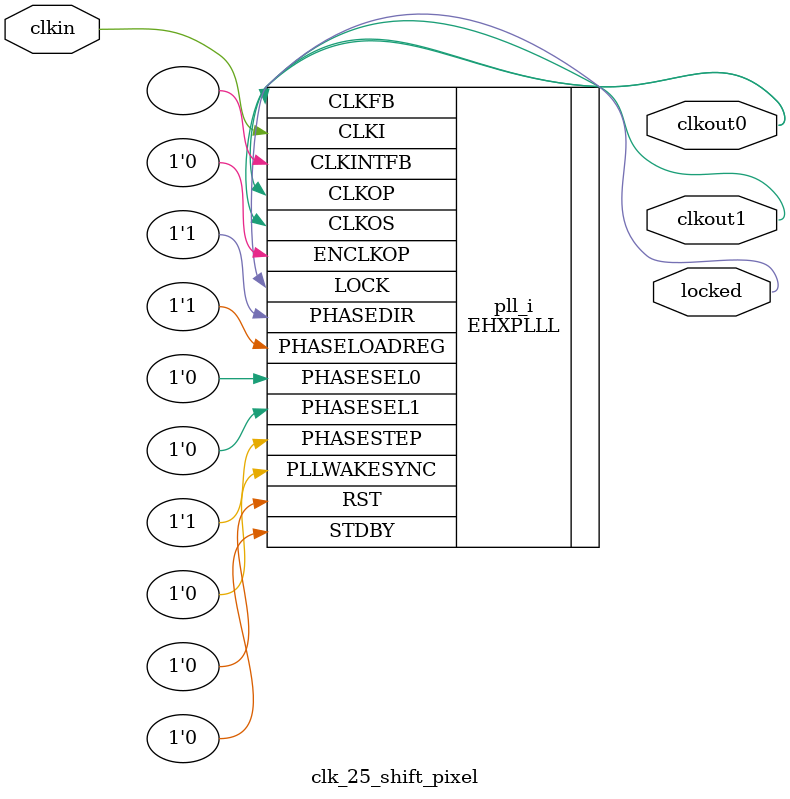
<source format=v>
module clk_25_shift_pixel
(
    input clkin, // 25 MHz, 0 deg
    output clkout0, // 375 MHz, 0 deg
    output clkout1, // 75 MHz, 0 deg
    output locked
);
(* FREQUENCY_PIN_CLKI="25" *)
(* FREQUENCY_PIN_CLKOP="375" *)
(* FREQUENCY_PIN_CLKOS="75" *)
(* ICP_CURRENT="12" *) (* LPF_RESISTOR="8" *) (* MFG_ENABLE_FILTEROPAMP="1" *) (* MFG_GMCREF_SEL="2" *)
EHXPLLL #(
        .PLLRST_ENA("DISABLED"),
        .INTFB_WAKE("DISABLED"),
        .STDBY_ENABLE("DISABLED"),
        .DPHASE_SOURCE("DISABLED"),
        .OUTDIVIDER_MUXA("DIVA"),
        .OUTDIVIDER_MUXB("DIVB"),
        .OUTDIVIDER_MUXC("DIVC"),
        .OUTDIVIDER_MUXD("DIVD"),
        .CLKI_DIV(1),
        .CLKOP_ENABLE("ENABLED"),
        .CLKOP_DIV(2),
        .CLKOP_CPHASE(0),
        .CLKOP_FPHASE(0),
        .CLKOS_ENABLE("ENABLED"),
        .CLKOS_DIV(10),
        .CLKOS_CPHASE(0),
        .CLKOS_FPHASE(0),
        .FEEDBK_PATH("CLKOP"),
        .CLKFB_DIV(15)
    ) pll_i (
        .RST(1'b0),
        .STDBY(1'b0),
        .CLKI(clkin),
        .CLKOP(clkout0),
        .CLKOS(clkout1),
        .CLKFB(clkout0),
        .CLKINTFB(),
        .PHASESEL0(1'b0),
        .PHASESEL1(1'b0),
        .PHASEDIR(1'b1),
        .PHASESTEP(1'b1),
        .PHASELOADREG(1'b1),
        .PLLWAKESYNC(1'b0),
        .ENCLKOP(1'b0),
        .LOCK(locked)
	);
endmodule

</source>
